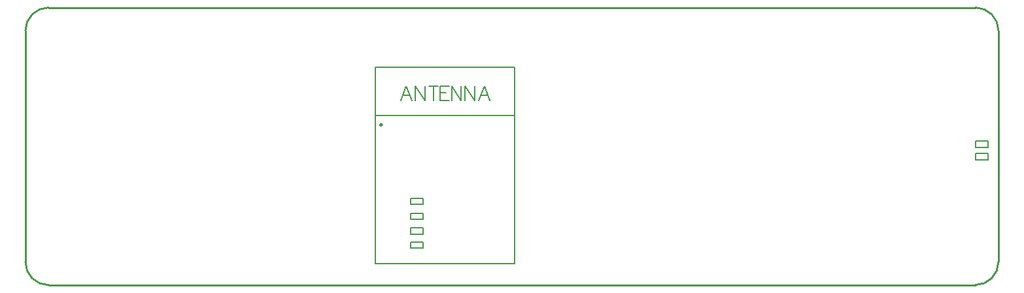
<source format=gm1>
G04*
G04 #@! TF.GenerationSoftware,Altium Limited,Altium Designer,18.1.9 (240)*
G04*
G04 Layer_Color=16711935*
%FSLAX44Y44*%
%MOMM*%
G71*
G01*
G75*
%ADD12C,0.3000*%
%ADD14C,0.2540*%
%ADD15C,0.1270*%
%ADD59C,0.1000*%
%ADD93C,0.1984*%
D12*
X757980Y1093130D02*
G03*
X757980Y1093130I-1000J0D01*
G01*
D14*
X1526500Y885220D02*
G03*
X1556500Y915220I0J30000D01*
G01*
X296500D02*
G03*
X326500Y885220I30000J0D01*
G01*
Y1245220D02*
G03*
X296500Y1215220I0J-30000D01*
G01*
X1556500D02*
G03*
X1526500Y1245220I-30000J0D01*
G01*
X296500Y915220D02*
Y1215220D01*
X326500Y885220D02*
X1526500D01*
X326500Y1245220D02*
X1526500D01*
X1556500Y915220D02*
Y1215220D01*
D15*
X1526620Y1072000D02*
X1542620D01*
X1526620Y1064000D02*
X1542620D01*
X1526620D02*
Y1072000D01*
X1542620Y1064000D02*
Y1072000D01*
X1526620Y1056000D02*
X1542620D01*
X1526620Y1048000D02*
X1542620D01*
X1526620D02*
Y1056000D01*
X1542620Y1048000D02*
Y1056000D01*
X795230Y951500D02*
X811230D01*
X795230Y959500D02*
X811230D01*
Y951500D02*
Y959500D01*
X795230Y951500D02*
Y959500D01*
Y970500D02*
X811230D01*
X795230Y978500D02*
X811230D01*
Y970500D02*
Y978500D01*
X795230Y970500D02*
Y978500D01*
Y933250D02*
X811230D01*
X795230Y941250D02*
X811230D01*
Y933250D02*
Y941250D01*
X795230Y933250D02*
Y941250D01*
X795130Y990000D02*
X811130D01*
X795130Y998000D02*
X811130D01*
Y990000D02*
Y998000D01*
X795130Y990000D02*
Y998000D01*
X750150Y1105250D02*
X929350D01*
X749750Y913250D02*
Y1168250D01*
Y913250D02*
X929750D01*
Y1168250D01*
X749750D02*
X929750D01*
D59*
X1556750Y1082750D02*
Y1182750D01*
D93*
X796784Y1124760D02*
X789642Y1143505D01*
X782501Y1124760D01*
X785179Y1131008D02*
X794106D01*
X801158Y1143505D02*
Y1124760D01*
Y1143505D02*
X813655Y1124760D01*
Y1143505D02*
Y1124760D01*
X825081Y1143505D02*
Y1124760D01*
X818832Y1143505D02*
X831330D01*
X845166D02*
X833561D01*
Y1124760D01*
X845166D01*
X833561Y1134579D02*
X840703D01*
X848290Y1143505D02*
Y1124760D01*
Y1143505D02*
X860788Y1124760D01*
Y1143505D02*
Y1124760D01*
X865965Y1143505D02*
Y1124760D01*
Y1143505D02*
X878463Y1124760D01*
Y1143505D02*
Y1124760D01*
X897923D02*
X890781Y1143505D01*
X883640Y1124760D01*
X886318Y1131008D02*
X895245D01*
M02*

</source>
